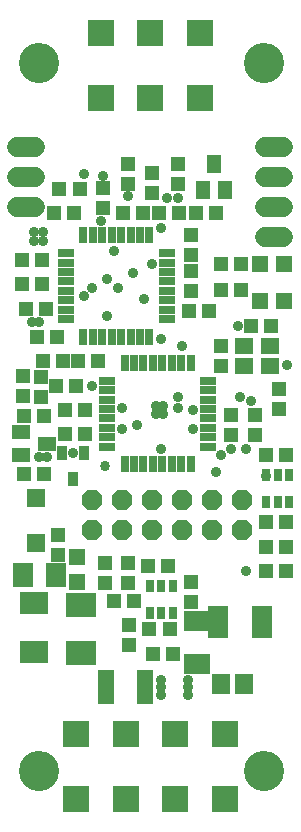
<source format=gbr>
G04 EAGLE Gerber RS-274X export*
G75*
%MOMM*%
%FSLAX34Y34*%
%LPD*%
%INSoldermask Top*%
%IPPOS*%
%AMOC8*
5,1,8,0,0,1.08239X$1,22.5*%
G01*
%ADD10C,3.403200*%
%ADD11R,1.303200X1.203200*%
%ADD12R,1.203200X1.303200*%
%ADD13R,0.903200X1.203200*%
%ADD14R,1.473200X0.762000*%
%ADD15R,0.762000X1.473200*%
%ADD16R,1.603200X1.203200*%
%ADD17R,1.403200X1.403200*%
%ADD18R,2.363200X1.983200*%
%ADD19R,1.403200X3.003200*%
%ADD20C,1.727200*%
%ADD21R,0.803200X1.103200*%
%ADD22R,1.603200X1.403200*%
%ADD23R,1.503200X1.703200*%
%ADD24R,1.803200X2.003200*%
%ADD25R,2.303200X1.703200*%
%ADD26R,2.603200X2.003200*%
%ADD27R,1.203200X1.603200*%
%ADD28P,1.869504X8X22.500000*%
%ADD29R,1.703200X2.703200*%
%ADD30R,1.603200X1.603200*%
%ADD31C,0.914400*%
%ADD32R,2.298700X2.298700*%
%ADD33C,0.863600*%


D10*
X30000Y40000D03*
X220000Y40000D03*
X220000Y640000D03*
X30000Y640000D03*
D11*
X32313Y452438D03*
X15313Y452438D03*
X156600Y430213D03*
X173600Y430213D03*
D12*
X84138Y533963D03*
X84138Y516963D03*
D11*
X79938Y387350D03*
X62938Y387350D03*
D12*
X125413Y546663D03*
X125413Y529663D03*
D13*
X58738Y287450D03*
X49238Y309450D03*
X68238Y309450D03*
D12*
X45013Y407988D03*
X28013Y407988D03*
X64063Y533400D03*
X47063Y533400D03*
X15313Y473075D03*
X32313Y473075D03*
X32775Y387350D03*
X49775Y387350D03*
X118038Y512763D03*
X101038Y512763D03*
D11*
X158750Y494275D03*
X158750Y477275D03*
X158750Y464113D03*
X158750Y447113D03*
D12*
X42300Y512763D03*
X59300Y512763D03*
X33900Y341313D03*
X16900Y341313D03*
D11*
X15875Y358213D03*
X15875Y375213D03*
D12*
X16900Y292100D03*
X33900Y292100D03*
X148200Y512763D03*
X131200Y512763D03*
D11*
X147638Y554600D03*
X147638Y537600D03*
D12*
X179950Y512763D03*
X162950Y512763D03*
D14*
X52324Y478850D03*
X52324Y470850D03*
X52324Y462850D03*
X52324Y454850D03*
X52324Y446850D03*
X52324Y438850D03*
X52324Y430850D03*
X52324Y422850D03*
D15*
X67250Y407924D03*
X75250Y407924D03*
X83250Y407924D03*
X91250Y407924D03*
X99250Y407924D03*
X107250Y407924D03*
X115250Y407924D03*
X123250Y407924D03*
D14*
X138176Y422850D03*
X138176Y430850D03*
X138176Y438850D03*
X138176Y446850D03*
X138176Y454850D03*
X138176Y462850D03*
X138176Y470850D03*
X138176Y478850D03*
D15*
X123250Y493776D03*
X115250Y493776D03*
X107250Y493776D03*
X99250Y493776D03*
X91250Y493776D03*
X83250Y493776D03*
X75250Y493776D03*
X67250Y493776D03*
D12*
X184150Y400613D03*
X184150Y383613D03*
D11*
X208988Y417513D03*
X225988Y417513D03*
D12*
X212725Y341875D03*
X212725Y324875D03*
X18488Y431800D03*
X35488Y431800D03*
X31750Y373625D03*
X31750Y356625D03*
D11*
X51825Y325438D03*
X68825Y325438D03*
D16*
X36400Y317500D03*
X14400Y308000D03*
X14400Y327000D03*
D12*
X200588Y447675D03*
X183588Y447675D03*
D17*
X216513Y438150D03*
X237513Y438150D03*
D12*
X200588Y469900D03*
X183588Y469900D03*
D17*
X216513Y469900D03*
X237513Y469900D03*
D12*
X143438Y139700D03*
X126438Y139700D03*
D11*
X68825Y346075D03*
X51825Y346075D03*
D12*
X192088Y324875D03*
X192088Y341875D03*
D18*
X25400Y182225D03*
X25400Y141525D03*
D11*
X46038Y223275D03*
X46038Y240275D03*
D17*
X61913Y221638D03*
X61913Y200638D03*
D19*
X119688Y111125D03*
X86688Y111125D03*
D12*
X158750Y183588D03*
X158750Y200588D03*
X121675Y214313D03*
X138675Y214313D03*
D11*
X104775Y199463D03*
X104775Y216463D03*
D12*
X104775Y537600D03*
X104775Y554600D03*
D14*
X173101Y314900D03*
X173101Y322900D03*
X173101Y330900D03*
X173101Y338900D03*
X173101Y346900D03*
X173101Y354900D03*
X173101Y362900D03*
X173101Y370900D03*
D15*
X158175Y385826D03*
X150175Y385826D03*
X142175Y385826D03*
X134175Y385826D03*
X126175Y385826D03*
X118175Y385826D03*
X110175Y385826D03*
X102175Y385826D03*
D14*
X87249Y370900D03*
X87249Y362900D03*
X87249Y354900D03*
X87249Y346900D03*
X87249Y338900D03*
X87249Y330900D03*
X87249Y322900D03*
X87249Y314900D03*
D15*
X102175Y299974D03*
X110175Y299974D03*
X118175Y299974D03*
X126175Y299974D03*
X134175Y299974D03*
X142175Y299974D03*
X150175Y299974D03*
X158175Y299974D03*
D20*
X26670Y568325D02*
X11430Y568325D01*
X11430Y542925D02*
X26670Y542925D01*
X26670Y517525D02*
X11430Y517525D01*
D21*
X222275Y267900D03*
X231775Y267900D03*
X241275Y267900D03*
X241275Y290900D03*
X231775Y290900D03*
X222275Y290900D03*
D12*
X238688Y307975D03*
X221688Y307975D03*
D11*
X233363Y364100D03*
X233363Y347100D03*
X221688Y250825D03*
X238688Y250825D03*
X43888Y366713D03*
X60888Y366713D03*
D20*
X220980Y568325D02*
X236220Y568325D01*
X236220Y542925D02*
X220980Y542925D01*
X220980Y517525D02*
X236220Y517525D01*
X236220Y492125D02*
X220980Y492125D01*
D12*
X221688Y230188D03*
X238688Y230188D03*
D11*
X221688Y209550D03*
X238688Y209550D03*
D21*
X142850Y197238D03*
X133350Y197238D03*
X123850Y197238D03*
X123850Y174238D03*
X133350Y174238D03*
X142850Y174238D03*
D12*
X140263Y160338D03*
X123263Y160338D03*
D22*
X203313Y383613D03*
X225313Y383613D03*
X225313Y400613D03*
X203313Y400613D03*
D23*
X184175Y114300D03*
X203175Y114300D03*
D24*
X44163Y206375D03*
X16163Y206375D03*
D25*
X163513Y131225D03*
X163513Y167225D03*
D26*
X65088Y180588D03*
X65088Y140088D03*
D27*
X177800Y553925D03*
X187300Y531925D03*
X168300Y531925D03*
D28*
X74613Y244475D03*
X74613Y269875D03*
X100013Y244475D03*
X100013Y269875D03*
X125413Y244475D03*
X125413Y269875D03*
X150813Y244475D03*
X150813Y269875D03*
X176213Y244475D03*
X176213Y269875D03*
X201613Y244475D03*
X201613Y269875D03*
D11*
X106363Y164075D03*
X106363Y147075D03*
X85725Y216463D03*
X85725Y199463D03*
X110100Y184150D03*
X93100Y184150D03*
D29*
X218525Y166688D03*
X181525Y166688D03*
D30*
X26988Y271413D03*
X26988Y233413D03*
D31*
X33338Y496888D03*
X93663Y481013D03*
X84138Y544513D03*
X174625Y430213D03*
X184150Y401638D03*
X198438Y417513D03*
X52388Y325438D03*
X58738Y309563D03*
X133350Y104775D03*
X133350Y111125D03*
X155575Y111125D03*
X155575Y104775D03*
X133350Y117475D03*
X46038Y209550D03*
X139700Y214313D03*
X46038Y203200D03*
X20638Y138113D03*
X20638Y146050D03*
X30163Y146050D03*
X104775Y527050D03*
X180975Y512763D03*
X33338Y341313D03*
X192088Y312738D03*
X204788Y312738D03*
X160338Y330200D03*
X160338Y346075D03*
X182563Y447675D03*
X182563Y469900D03*
X222250Y290513D03*
X36513Y306388D03*
X52388Y346075D03*
X31750Y374650D03*
X25400Y496888D03*
X33338Y488950D03*
X25400Y488950D03*
X23813Y420688D03*
X30163Y420688D03*
X204788Y209550D03*
X239713Y384175D03*
X220663Y250825D03*
X30163Y138113D03*
X155575Y117475D03*
D32*
X61000Y17000D03*
D31*
X187325Y531813D03*
X46038Y241300D03*
X42863Y366713D03*
X128588Y349250D03*
X128588Y342900D03*
X134938Y349250D03*
X134938Y342900D03*
X30163Y306388D03*
X106363Y146050D03*
X26988Y236538D03*
X26988Y230188D03*
X119063Y439738D03*
X68263Y442913D03*
X74613Y366713D03*
D32*
X187000Y72000D03*
D31*
X61913Y182563D03*
X68263Y182563D03*
X68263Y176213D03*
X61913Y176213D03*
X82550Y506413D03*
D32*
X124000Y610000D03*
X103000Y72000D03*
D31*
X87313Y457200D03*
X138113Y525463D03*
D32*
X166000Y610000D03*
D31*
X68263Y546100D03*
D32*
X166000Y665000D03*
X82000Y610000D03*
X82000Y665000D03*
D31*
X133350Y312738D03*
X87313Y425450D03*
X147638Y525463D03*
X109538Y461963D03*
X177800Y550863D03*
D32*
X124000Y665000D03*
D31*
X74613Y449263D03*
X96838Y449263D03*
X133350Y500063D03*
X133350Y406400D03*
X150813Y400050D03*
X112713Y333375D03*
D33*
X85725Y298450D03*
D31*
X100013Y347663D03*
X125413Y469900D03*
X100013Y330200D03*
X144463Y139700D03*
D32*
X61000Y72000D03*
X145000Y17000D03*
D31*
X179388Y293688D03*
D32*
X103000Y17000D03*
X145000Y72000D03*
D31*
X209550Y354013D03*
X147638Y347663D03*
X200025Y357188D03*
X147638Y357188D03*
D32*
X187000Y17000D03*
D31*
X184150Y307975D03*
X220663Y230188D03*
M02*

</source>
